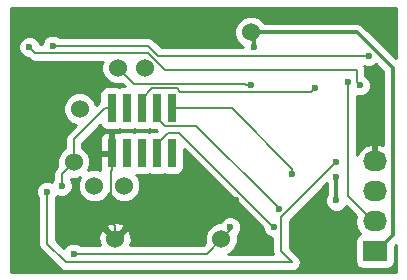
<source format=gbl>
G04 #@! TF.FileFunction,Copper,L2,Bot,Signal*
%FSLAX46Y46*%
G04 Gerber Fmt 4.6, Leading zero omitted, Abs format (unit mm)*
G04 Created by KiCad (PCBNEW (2015-12-18 BZR 6383, Git 02d9bbb)-product) date Sun 17 Jan 2016 02:01:38 PM EET*
%MOMM*%
G01*
G04 APERTURE LIST*
%ADD10C,0.100000*%
%ADD11R,2.032000X1.727200*%
%ADD12O,2.032000X1.727200*%
%ADD13R,0.760000X2.400000*%
%ADD14C,1.524000*%
%ADD15C,0.600000*%
%ADD16C,0.200000*%
%ADD17C,0.300000*%
%ADD18C,0.254000*%
G04 APERTURE END LIST*
D10*
D11*
X74680000Y-82959500D03*
D12*
X74680000Y-80419500D03*
X74680000Y-77879500D03*
X74680000Y-75339500D03*
D13*
X57470000Y-74669500D03*
X57470000Y-70859500D03*
X56200000Y-74669500D03*
X56200000Y-70859500D03*
X54930000Y-74669500D03*
X54930000Y-70859500D03*
X53660000Y-74669500D03*
X53660000Y-70859500D03*
X52390000Y-74669500D03*
X52390000Y-70859500D03*
D14*
X61680000Y-81919500D03*
X49680000Y-70919500D03*
X52680000Y-81919500D03*
X52930000Y-67419500D03*
X49180000Y-75419500D03*
X50930000Y-77419500D03*
X53430000Y-77419500D03*
X55180000Y-67419500D03*
X64180000Y-64419500D03*
D15*
X57470000Y-74669500D03*
X61680000Y-81919500D03*
X49180000Y-83169500D03*
X62430000Y-80919500D03*
X60180000Y-62919500D03*
X74930000Y-63919500D03*
X75180000Y-68669500D03*
X52680000Y-81919500D03*
X63680000Y-79919500D03*
X62930000Y-78669500D03*
X71430000Y-76699498D03*
X71430000Y-78669500D03*
X49680000Y-70919500D03*
X57470000Y-70859500D03*
X67680000Y-76419500D03*
X64430000Y-65669500D03*
X66579302Y-79376640D03*
X72430031Y-68669500D03*
X66123636Y-80924553D03*
X69600219Y-69164807D03*
X54930000Y-70859500D03*
X55180000Y-67419500D03*
X46930000Y-77919500D03*
X71430000Y-75374498D03*
X64180012Y-68869479D03*
X53660000Y-70859500D03*
X52930000Y-67419500D03*
X45430000Y-65669500D03*
X73430000Y-68919500D03*
X47393325Y-65569480D03*
X74180000Y-66419500D03*
X48180000Y-77419500D03*
X50930000Y-77419500D03*
X53430000Y-77419500D03*
D16*
X49180000Y-83169500D02*
X60430000Y-83169500D01*
X60430000Y-83169500D02*
X61680000Y-81919500D01*
X62430000Y-80919500D02*
X62430000Y-81169500D01*
X62430000Y-81169500D02*
X61680000Y-81919500D01*
X73930000Y-62919500D02*
X60180000Y-62919500D01*
X74930000Y-63919500D02*
X73930000Y-62919500D01*
X75180000Y-68669500D02*
X74680000Y-69169500D01*
X74680000Y-69169500D02*
X74680000Y-75339500D01*
X62930000Y-78669500D02*
X62930000Y-79169500D01*
X62930000Y-79169500D02*
X63680000Y-79919500D01*
X52680000Y-81919500D02*
X52680000Y-80841870D01*
X52680000Y-80841870D02*
X52367999Y-80529869D01*
X52367999Y-80529869D02*
X52367999Y-76091501D01*
X52367999Y-76091501D02*
X52390000Y-76069500D01*
X52390000Y-76069500D02*
X52390000Y-74669500D01*
D17*
X71430000Y-78669500D02*
X71430000Y-76699498D01*
D16*
X67680000Y-76419500D02*
X67680000Y-75995236D01*
X58050000Y-70859500D02*
X57470000Y-70859500D01*
X67680000Y-75995236D02*
X62544264Y-70859500D01*
X62544264Y-70859500D02*
X58050000Y-70859500D01*
D17*
X74832400Y-82959500D02*
X74680000Y-82959500D01*
X76180000Y-81611900D02*
X74832400Y-82959500D01*
X73142002Y-64419500D02*
X76180000Y-67457498D01*
X64180000Y-64419500D02*
X73142002Y-64419500D01*
X76180000Y-67457498D02*
X76180000Y-81611900D01*
X64430000Y-65669500D02*
X64430000Y-64669500D01*
X64430000Y-64669500D02*
X64180000Y-64419500D01*
D16*
X56200000Y-70859500D02*
X56200000Y-71679500D01*
X59562163Y-72359501D02*
X66279303Y-79076641D01*
X56200000Y-71679500D02*
X56880001Y-72359501D01*
X56880001Y-72359501D02*
X59562163Y-72359501D01*
X66279303Y-79076641D02*
X66579302Y-79376640D01*
X74527600Y-80419500D02*
X72430031Y-78321931D01*
X74680000Y-80419500D02*
X74527600Y-80419500D01*
X72430031Y-78321931D02*
X72430031Y-69093764D01*
X72430031Y-69093764D02*
X72430031Y-68669500D01*
X57130000Y-72919500D02*
X58118583Y-72919500D01*
X56200000Y-73849500D02*
X57130000Y-72919500D01*
X56200000Y-74669500D02*
X56200000Y-73849500D01*
X58118583Y-72919500D02*
X65823637Y-80624554D01*
X65823637Y-80624554D02*
X66123636Y-80924553D01*
X69300220Y-69464806D02*
X69600219Y-69164807D01*
X58200001Y-69469499D02*
X69295527Y-69469499D01*
X55800000Y-69169500D02*
X57900002Y-69169500D01*
X54930000Y-70039500D02*
X55800000Y-69169500D01*
X69295527Y-69469499D02*
X69300220Y-69464806D01*
X54930000Y-70859500D02*
X54930000Y-70039500D01*
X57900002Y-69169500D02*
X58200001Y-69469499D01*
X66723656Y-80080842D02*
X66723656Y-82963156D01*
X71430000Y-75374498D02*
X66723656Y-80080842D01*
X67680000Y-83919500D02*
X48515903Y-83919500D01*
X66723656Y-82963156D02*
X67680000Y-83919500D01*
X48515903Y-83919500D02*
X46930000Y-82333597D01*
X46930000Y-82333597D02*
X46930000Y-77919500D01*
X54279989Y-68769489D02*
X63655758Y-68769489D01*
X52930000Y-67419500D02*
X54279989Y-68769489D01*
X63655758Y-68769489D02*
X63755748Y-68869479D01*
X63755748Y-68869479D02*
X64180012Y-68869479D01*
X55501762Y-66169500D02*
X45930000Y-66169500D01*
X45930000Y-66169500D02*
X45430000Y-65669500D01*
X56951763Y-67619501D02*
X55501762Y-66169500D01*
X73130001Y-67619501D02*
X56951763Y-67619501D01*
X73430000Y-68919500D02*
X73130001Y-68619501D01*
X73130001Y-68619501D02*
X73130001Y-67619501D01*
X47817589Y-65569480D02*
X47393325Y-65569480D01*
X74180000Y-66419500D02*
X56317462Y-66419500D01*
X55467442Y-65569480D02*
X47817589Y-65569480D01*
X56317462Y-66419500D02*
X55467442Y-65569480D01*
X49180000Y-75419500D02*
X49180000Y-73489500D01*
X49180000Y-73489500D02*
X51810000Y-70859500D01*
X51810000Y-70859500D02*
X52390000Y-70859500D01*
X48180000Y-77419500D02*
X48180000Y-76419500D01*
X48180000Y-76419500D02*
X49180000Y-75419500D01*
D18*
G36*
X76470000Y-66637340D02*
X73697081Y-63864421D01*
X73442409Y-63694255D01*
X73142002Y-63634500D01*
X65367201Y-63634500D01*
X65365010Y-63629197D01*
X64972370Y-63235871D01*
X64459100Y-63022743D01*
X63903339Y-63022258D01*
X63389697Y-63234490D01*
X62996371Y-63627130D01*
X62783243Y-64140400D01*
X62782758Y-64696161D01*
X62994990Y-65209803D01*
X63387630Y-65603129D01*
X63495018Y-65647720D01*
X63494986Y-65684500D01*
X56621909Y-65684500D01*
X55987165Y-65049757D01*
X55748714Y-64890429D01*
X55467442Y-64834480D01*
X47980744Y-64834480D01*
X47923652Y-64777288D01*
X47580124Y-64634642D01*
X47208158Y-64634318D01*
X46864382Y-64776363D01*
X46601133Y-65039153D01*
X46458487Y-65382681D01*
X46458442Y-65434500D01*
X46344571Y-65434500D01*
X46223117Y-65140557D01*
X45960327Y-64877308D01*
X45616799Y-64734662D01*
X45244833Y-64734338D01*
X44901057Y-64876383D01*
X44637808Y-65139173D01*
X44495162Y-65482701D01*
X44494838Y-65854667D01*
X44636883Y-66198443D01*
X44899673Y-66461692D01*
X45243201Y-66604338D01*
X45325463Y-66604410D01*
X45410277Y-66689224D01*
X45648728Y-66848551D01*
X45930000Y-66904500D01*
X51631197Y-66904500D01*
X51533243Y-67140400D01*
X51532758Y-67696161D01*
X51744990Y-68209803D01*
X52137630Y-68603129D01*
X52650900Y-68816257D01*
X53206661Y-68816742D01*
X53264073Y-68793020D01*
X53483113Y-69012060D01*
X53280000Y-69012060D01*
X53044683Y-69056338D01*
X53027871Y-69067156D01*
X53021890Y-69063069D01*
X52770000Y-69012060D01*
X52010000Y-69012060D01*
X51774683Y-69056338D01*
X51558559Y-69195410D01*
X51413569Y-69407610D01*
X51362560Y-69659500D01*
X51362560Y-70291478D01*
X51290277Y-70339776D01*
X51050920Y-70579134D01*
X50865010Y-70129197D01*
X50472370Y-69735871D01*
X49959100Y-69522743D01*
X49403339Y-69522258D01*
X48889697Y-69734490D01*
X48496371Y-70127130D01*
X48283243Y-70640400D01*
X48282758Y-71196161D01*
X48494990Y-71709803D01*
X48887630Y-72103129D01*
X49339353Y-72290701D01*
X48660277Y-72969777D01*
X48500949Y-73208228D01*
X48445000Y-73489500D01*
X48445000Y-74211639D01*
X48389697Y-74234490D01*
X47996371Y-74627130D01*
X47783243Y-75140400D01*
X47782758Y-75696161D01*
X47806480Y-75753574D01*
X47660277Y-75899777D01*
X47500949Y-76138228D01*
X47445000Y-76419500D01*
X47445000Y-76832081D01*
X47387808Y-76889173D01*
X47314132Y-77066602D01*
X47116799Y-76984662D01*
X46744833Y-76984338D01*
X46401057Y-77126383D01*
X46137808Y-77389173D01*
X45995162Y-77732701D01*
X45994838Y-78104667D01*
X46136883Y-78448443D01*
X46195000Y-78506662D01*
X46195000Y-82333597D01*
X46247703Y-82598551D01*
X46250949Y-82614869D01*
X46410277Y-82853320D01*
X47996180Y-84439224D01*
X48234631Y-84598551D01*
X48515903Y-84654500D01*
X67680000Y-84654500D01*
X67961272Y-84598551D01*
X68199724Y-84439224D01*
X68359051Y-84200772D01*
X68415000Y-83919500D01*
X68359051Y-83638228D01*
X68199724Y-83399777D01*
X67458656Y-82658710D01*
X67458656Y-80385288D01*
X70630632Y-77213313D01*
X70636883Y-77228441D01*
X70645000Y-77236572D01*
X70645000Y-78131994D01*
X70637808Y-78139173D01*
X70495162Y-78482701D01*
X70494838Y-78854667D01*
X70636883Y-79198443D01*
X70899673Y-79461692D01*
X71243201Y-79604338D01*
X71615167Y-79604662D01*
X71958943Y-79462617D01*
X72222192Y-79199827D01*
X72235773Y-79167120D01*
X73078200Y-80009546D01*
X72996655Y-80419500D01*
X73110729Y-80992989D01*
X73435585Y-81479170D01*
X73449913Y-81488743D01*
X73428683Y-81492738D01*
X73212559Y-81631810D01*
X73067569Y-81844010D01*
X73016560Y-82095900D01*
X73016560Y-83823100D01*
X73060838Y-84058417D01*
X73199910Y-84274541D01*
X73412110Y-84419531D01*
X73664000Y-84470540D01*
X75696000Y-84470540D01*
X75931317Y-84426262D01*
X76147441Y-84287190D01*
X76292431Y-84074990D01*
X76343440Y-83823100D01*
X76343440Y-82558618D01*
X76470000Y-82432058D01*
X76470000Y-84709082D01*
X43908432Y-84689917D01*
X43890569Y-62379500D01*
X76470000Y-62379500D01*
X76470000Y-66637340D01*
X76470000Y-66637340D01*
G37*
X76470000Y-66637340D02*
X73697081Y-63864421D01*
X73442409Y-63694255D01*
X73142002Y-63634500D01*
X65367201Y-63634500D01*
X65365010Y-63629197D01*
X64972370Y-63235871D01*
X64459100Y-63022743D01*
X63903339Y-63022258D01*
X63389697Y-63234490D01*
X62996371Y-63627130D01*
X62783243Y-64140400D01*
X62782758Y-64696161D01*
X62994990Y-65209803D01*
X63387630Y-65603129D01*
X63495018Y-65647720D01*
X63494986Y-65684500D01*
X56621909Y-65684500D01*
X55987165Y-65049757D01*
X55748714Y-64890429D01*
X55467442Y-64834480D01*
X47980744Y-64834480D01*
X47923652Y-64777288D01*
X47580124Y-64634642D01*
X47208158Y-64634318D01*
X46864382Y-64776363D01*
X46601133Y-65039153D01*
X46458487Y-65382681D01*
X46458442Y-65434500D01*
X46344571Y-65434500D01*
X46223117Y-65140557D01*
X45960327Y-64877308D01*
X45616799Y-64734662D01*
X45244833Y-64734338D01*
X44901057Y-64876383D01*
X44637808Y-65139173D01*
X44495162Y-65482701D01*
X44494838Y-65854667D01*
X44636883Y-66198443D01*
X44899673Y-66461692D01*
X45243201Y-66604338D01*
X45325463Y-66604410D01*
X45410277Y-66689224D01*
X45648728Y-66848551D01*
X45930000Y-66904500D01*
X51631197Y-66904500D01*
X51533243Y-67140400D01*
X51532758Y-67696161D01*
X51744990Y-68209803D01*
X52137630Y-68603129D01*
X52650900Y-68816257D01*
X53206661Y-68816742D01*
X53264073Y-68793020D01*
X53483113Y-69012060D01*
X53280000Y-69012060D01*
X53044683Y-69056338D01*
X53027871Y-69067156D01*
X53021890Y-69063069D01*
X52770000Y-69012060D01*
X52010000Y-69012060D01*
X51774683Y-69056338D01*
X51558559Y-69195410D01*
X51413569Y-69407610D01*
X51362560Y-69659500D01*
X51362560Y-70291478D01*
X51290277Y-70339776D01*
X51050920Y-70579134D01*
X50865010Y-70129197D01*
X50472370Y-69735871D01*
X49959100Y-69522743D01*
X49403339Y-69522258D01*
X48889697Y-69734490D01*
X48496371Y-70127130D01*
X48283243Y-70640400D01*
X48282758Y-71196161D01*
X48494990Y-71709803D01*
X48887630Y-72103129D01*
X49339353Y-72290701D01*
X48660277Y-72969777D01*
X48500949Y-73208228D01*
X48445000Y-73489500D01*
X48445000Y-74211639D01*
X48389697Y-74234490D01*
X47996371Y-74627130D01*
X47783243Y-75140400D01*
X47782758Y-75696161D01*
X47806480Y-75753574D01*
X47660277Y-75899777D01*
X47500949Y-76138228D01*
X47445000Y-76419500D01*
X47445000Y-76832081D01*
X47387808Y-76889173D01*
X47314132Y-77066602D01*
X47116799Y-76984662D01*
X46744833Y-76984338D01*
X46401057Y-77126383D01*
X46137808Y-77389173D01*
X45995162Y-77732701D01*
X45994838Y-78104667D01*
X46136883Y-78448443D01*
X46195000Y-78506662D01*
X46195000Y-82333597D01*
X46247703Y-82598551D01*
X46250949Y-82614869D01*
X46410277Y-82853320D01*
X47996180Y-84439224D01*
X48234631Y-84598551D01*
X48515903Y-84654500D01*
X67680000Y-84654500D01*
X67961272Y-84598551D01*
X68199724Y-84439224D01*
X68359051Y-84200772D01*
X68415000Y-83919500D01*
X68359051Y-83638228D01*
X68199724Y-83399777D01*
X67458656Y-82658710D01*
X67458656Y-80385288D01*
X70630632Y-77213313D01*
X70636883Y-77228441D01*
X70645000Y-77236572D01*
X70645000Y-78131994D01*
X70637808Y-78139173D01*
X70495162Y-78482701D01*
X70494838Y-78854667D01*
X70636883Y-79198443D01*
X70899673Y-79461692D01*
X71243201Y-79604338D01*
X71615167Y-79604662D01*
X71958943Y-79462617D01*
X72222192Y-79199827D01*
X72235773Y-79167120D01*
X73078200Y-80009546D01*
X72996655Y-80419500D01*
X73110729Y-80992989D01*
X73435585Y-81479170D01*
X73449913Y-81488743D01*
X73428683Y-81492738D01*
X73212559Y-81631810D01*
X73067569Y-81844010D01*
X73016560Y-82095900D01*
X73016560Y-83823100D01*
X73060838Y-84058417D01*
X73199910Y-84274541D01*
X73412110Y-84419531D01*
X73664000Y-84470540D01*
X75696000Y-84470540D01*
X75931317Y-84426262D01*
X76147441Y-84287190D01*
X76292431Y-84074990D01*
X76343440Y-83823100D01*
X76343440Y-82558618D01*
X76470000Y-82432058D01*
X76470000Y-84709082D01*
X43908432Y-84689917D01*
X43890569Y-62379500D01*
X76470000Y-62379500D01*
X76470000Y-66637340D01*
G36*
X65188544Y-81028908D02*
X65188474Y-81109720D01*
X65330519Y-81453496D01*
X65593309Y-81716745D01*
X65936837Y-81859391D01*
X65988656Y-81859436D01*
X65988656Y-82963156D01*
X66032684Y-83184500D01*
X62276712Y-83184500D01*
X62470303Y-83104510D01*
X62863629Y-82711870D01*
X63076757Y-82198600D01*
X63077242Y-81642839D01*
X63063108Y-81608633D01*
X63222192Y-81449827D01*
X63364838Y-81106299D01*
X63365162Y-80734333D01*
X63223117Y-80390557D01*
X62960327Y-80127308D01*
X62616799Y-79984662D01*
X62244833Y-79984338D01*
X61901057Y-80126383D01*
X61637808Y-80389173D01*
X61582481Y-80522414D01*
X61403339Y-80522258D01*
X60889697Y-80734490D01*
X60496371Y-81127130D01*
X60283243Y-81640400D01*
X60282758Y-82196161D01*
X60306480Y-82253573D01*
X60125554Y-82434500D01*
X53979509Y-82434500D01*
X54089144Y-82127198D01*
X54061362Y-81572132D01*
X53902397Y-81188357D01*
X53660213Y-81118892D01*
X52859605Y-81919500D01*
X52873748Y-81933643D01*
X52694143Y-82113248D01*
X52680000Y-82099105D01*
X52665858Y-82113248D01*
X52486253Y-81933643D01*
X52500395Y-81919500D01*
X51699787Y-81118892D01*
X51457603Y-81188357D01*
X51270856Y-81711802D01*
X51298638Y-82266868D01*
X51368074Y-82434500D01*
X49767419Y-82434500D01*
X49710327Y-82377308D01*
X49366799Y-82234662D01*
X48994833Y-82234338D01*
X48651057Y-82376383D01*
X48387808Y-82639173D01*
X48354716Y-82718867D01*
X47665000Y-82029151D01*
X47665000Y-80939287D01*
X51879392Y-80939287D01*
X52680000Y-81739895D01*
X53480608Y-80939287D01*
X53411143Y-80697103D01*
X52887698Y-80510356D01*
X52332632Y-80538138D01*
X51948857Y-80697103D01*
X51879392Y-80939287D01*
X47665000Y-80939287D01*
X47665000Y-78506919D01*
X47722192Y-78449827D01*
X47795868Y-78272398D01*
X47993201Y-78354338D01*
X48365167Y-78354662D01*
X48708943Y-78212617D01*
X48972192Y-77949827D01*
X49114838Y-77606299D01*
X49115162Y-77234333D01*
X48973117Y-76890557D01*
X48915000Y-76832338D01*
X48915000Y-76816269D01*
X49456661Y-76816742D01*
X49711332Y-76711515D01*
X49533243Y-77140400D01*
X49532758Y-77696161D01*
X49744990Y-78209803D01*
X50137630Y-78603129D01*
X50650900Y-78816257D01*
X51206661Y-78816742D01*
X51720303Y-78604510D01*
X52113629Y-78211870D01*
X52179900Y-78052272D01*
X52244990Y-78209803D01*
X52637630Y-78603129D01*
X53150900Y-78816257D01*
X53706661Y-78816742D01*
X54220303Y-78604510D01*
X54613629Y-78211870D01*
X54826757Y-77698600D01*
X54827242Y-77142839D01*
X54615010Y-76629197D01*
X54491027Y-76504998D01*
X54550000Y-76516940D01*
X55310000Y-76516940D01*
X55545317Y-76472662D01*
X55562129Y-76461844D01*
X55568110Y-76465931D01*
X55820000Y-76516940D01*
X56580000Y-76516940D01*
X56815317Y-76472662D01*
X56832129Y-76461844D01*
X56838110Y-76465931D01*
X57090000Y-76516940D01*
X57850000Y-76516940D01*
X58085317Y-76472662D01*
X58301441Y-76333590D01*
X58446431Y-76121390D01*
X58497440Y-75869500D01*
X58497440Y-74337803D01*
X65188544Y-81028908D01*
X65188544Y-81028908D01*
G37*
X65188544Y-81028908D02*
X65188474Y-81109720D01*
X65330519Y-81453496D01*
X65593309Y-81716745D01*
X65936837Y-81859391D01*
X65988656Y-81859436D01*
X65988656Y-82963156D01*
X66032684Y-83184500D01*
X62276712Y-83184500D01*
X62470303Y-83104510D01*
X62863629Y-82711870D01*
X63076757Y-82198600D01*
X63077242Y-81642839D01*
X63063108Y-81608633D01*
X63222192Y-81449827D01*
X63364838Y-81106299D01*
X63365162Y-80734333D01*
X63223117Y-80390557D01*
X62960327Y-80127308D01*
X62616799Y-79984662D01*
X62244833Y-79984338D01*
X61901057Y-80126383D01*
X61637808Y-80389173D01*
X61582481Y-80522414D01*
X61403339Y-80522258D01*
X60889697Y-80734490D01*
X60496371Y-81127130D01*
X60283243Y-81640400D01*
X60282758Y-82196161D01*
X60306480Y-82253573D01*
X60125554Y-82434500D01*
X53979509Y-82434500D01*
X54089144Y-82127198D01*
X54061362Y-81572132D01*
X53902397Y-81188357D01*
X53660213Y-81118892D01*
X52859605Y-81919500D01*
X52873748Y-81933643D01*
X52694143Y-82113248D01*
X52680000Y-82099105D01*
X52665858Y-82113248D01*
X52486253Y-81933643D01*
X52500395Y-81919500D01*
X51699787Y-81118892D01*
X51457603Y-81188357D01*
X51270856Y-81711802D01*
X51298638Y-82266868D01*
X51368074Y-82434500D01*
X49767419Y-82434500D01*
X49710327Y-82377308D01*
X49366799Y-82234662D01*
X48994833Y-82234338D01*
X48651057Y-82376383D01*
X48387808Y-82639173D01*
X48354716Y-82718867D01*
X47665000Y-82029151D01*
X47665000Y-80939287D01*
X51879392Y-80939287D01*
X52680000Y-81739895D01*
X53480608Y-80939287D01*
X53411143Y-80697103D01*
X52887698Y-80510356D01*
X52332632Y-80538138D01*
X51948857Y-80697103D01*
X51879392Y-80939287D01*
X47665000Y-80939287D01*
X47665000Y-78506919D01*
X47722192Y-78449827D01*
X47795868Y-78272398D01*
X47993201Y-78354338D01*
X48365167Y-78354662D01*
X48708943Y-78212617D01*
X48972192Y-77949827D01*
X49114838Y-77606299D01*
X49115162Y-77234333D01*
X48973117Y-76890557D01*
X48915000Y-76832338D01*
X48915000Y-76816269D01*
X49456661Y-76816742D01*
X49711332Y-76711515D01*
X49533243Y-77140400D01*
X49532758Y-77696161D01*
X49744990Y-78209803D01*
X50137630Y-78603129D01*
X50650900Y-78816257D01*
X51206661Y-78816742D01*
X51720303Y-78604510D01*
X52113629Y-78211870D01*
X52179900Y-78052272D01*
X52244990Y-78209803D01*
X52637630Y-78603129D01*
X53150900Y-78816257D01*
X53706661Y-78816742D01*
X54220303Y-78604510D01*
X54613629Y-78211870D01*
X54826757Y-77698600D01*
X54827242Y-77142839D01*
X54615010Y-76629197D01*
X54491027Y-76504998D01*
X54550000Y-76516940D01*
X55310000Y-76516940D01*
X55545317Y-76472662D01*
X55562129Y-76461844D01*
X55568110Y-76465931D01*
X55820000Y-76516940D01*
X56580000Y-76516940D01*
X56815317Y-76472662D01*
X56832129Y-76461844D01*
X56838110Y-76465931D01*
X57090000Y-76516940D01*
X57850000Y-76516940D01*
X58085317Y-76472662D01*
X58301441Y-76333590D01*
X58446431Y-76121390D01*
X58497440Y-75869500D01*
X58497440Y-74337803D01*
X65188544Y-81028908D01*
G36*
X51545910Y-72510941D02*
X51758110Y-72655931D01*
X52010000Y-72706940D01*
X52770000Y-72706940D01*
X53005317Y-72662662D01*
X53022129Y-72651844D01*
X53028110Y-72655931D01*
X53280000Y-72706940D01*
X54040000Y-72706940D01*
X54275317Y-72662662D01*
X54292129Y-72651844D01*
X54298110Y-72655931D01*
X54550000Y-72706940D01*
X55310000Y-72706940D01*
X55545317Y-72662662D01*
X55562129Y-72651844D01*
X55568110Y-72655931D01*
X55820000Y-72706940D01*
X56187993Y-72706940D01*
X56245553Y-72764500D01*
X56187993Y-72822060D01*
X55820000Y-72822060D01*
X55584683Y-72866338D01*
X55567871Y-72877156D01*
X55561890Y-72873069D01*
X55310000Y-72822060D01*
X54550000Y-72822060D01*
X54314683Y-72866338D01*
X54297871Y-72877156D01*
X54291890Y-72873069D01*
X54040000Y-72822060D01*
X53280000Y-72822060D01*
X53044683Y-72866338D01*
X53016679Y-72884358D01*
X52896310Y-72834500D01*
X52675750Y-72834500D01*
X52517000Y-72993250D01*
X52517000Y-74542500D01*
X52537000Y-74542500D01*
X52537000Y-74796500D01*
X52517000Y-74796500D01*
X52517000Y-74816500D01*
X52263000Y-74816500D01*
X52263000Y-74796500D01*
X51533750Y-74796500D01*
X51375000Y-74955250D01*
X51375000Y-75995809D01*
X51422935Y-76111535D01*
X51209100Y-76022743D01*
X50653339Y-76022258D01*
X50398668Y-76127485D01*
X50576757Y-75698600D01*
X50577242Y-75142839D01*
X50365010Y-74629197D01*
X49972370Y-74235871D01*
X49915000Y-74212049D01*
X49915000Y-73793946D01*
X50365755Y-73343191D01*
X51375000Y-73343191D01*
X51375000Y-74383750D01*
X51533750Y-74542500D01*
X52263000Y-74542500D01*
X52263000Y-72993250D01*
X52104250Y-72834500D01*
X51883690Y-72834500D01*
X51650301Y-72931173D01*
X51471673Y-73109802D01*
X51375000Y-73343191D01*
X50365755Y-73343191D01*
X51409693Y-72299254D01*
X51545910Y-72510941D01*
X51545910Y-72510941D01*
G37*
X51545910Y-72510941D02*
X51758110Y-72655931D01*
X52010000Y-72706940D01*
X52770000Y-72706940D01*
X53005317Y-72662662D01*
X53022129Y-72651844D01*
X53028110Y-72655931D01*
X53280000Y-72706940D01*
X54040000Y-72706940D01*
X54275317Y-72662662D01*
X54292129Y-72651844D01*
X54298110Y-72655931D01*
X54550000Y-72706940D01*
X55310000Y-72706940D01*
X55545317Y-72662662D01*
X55562129Y-72651844D01*
X55568110Y-72655931D01*
X55820000Y-72706940D01*
X56187993Y-72706940D01*
X56245553Y-72764500D01*
X56187993Y-72822060D01*
X55820000Y-72822060D01*
X55584683Y-72866338D01*
X55567871Y-72877156D01*
X55561890Y-72873069D01*
X55310000Y-72822060D01*
X54550000Y-72822060D01*
X54314683Y-72866338D01*
X54297871Y-72877156D01*
X54291890Y-72873069D01*
X54040000Y-72822060D01*
X53280000Y-72822060D01*
X53044683Y-72866338D01*
X53016679Y-72884358D01*
X52896310Y-72834500D01*
X52675750Y-72834500D01*
X52517000Y-72993250D01*
X52517000Y-74542500D01*
X52537000Y-74542500D01*
X52537000Y-74796500D01*
X52517000Y-74796500D01*
X52517000Y-74816500D01*
X52263000Y-74816500D01*
X52263000Y-74796500D01*
X51533750Y-74796500D01*
X51375000Y-74955250D01*
X51375000Y-75995809D01*
X51422935Y-76111535D01*
X51209100Y-76022743D01*
X50653339Y-76022258D01*
X50398668Y-76127485D01*
X50576757Y-75698600D01*
X50577242Y-75142839D01*
X50365010Y-74629197D01*
X49972370Y-74235871D01*
X49915000Y-74212049D01*
X49915000Y-73793946D01*
X50365755Y-73343191D01*
X51375000Y-73343191D01*
X51375000Y-74383750D01*
X51533750Y-74542500D01*
X52263000Y-74542500D01*
X52263000Y-72993250D01*
X52104250Y-72834500D01*
X51883690Y-72834500D01*
X51650301Y-72931173D01*
X51471673Y-73109802D01*
X51375000Y-73343191D01*
X50365755Y-73343191D01*
X51409693Y-72299254D01*
X51545910Y-72510941D01*
G36*
X75395000Y-67782656D02*
X75395000Y-73977825D01*
X75041913Y-73854316D01*
X74807000Y-73998576D01*
X74807000Y-75212500D01*
X74827000Y-75212500D01*
X74827000Y-75466500D01*
X74807000Y-75466500D01*
X74807000Y-75486500D01*
X74553000Y-75486500D01*
X74553000Y-75466500D01*
X74533000Y-75466500D01*
X74533000Y-75212500D01*
X74553000Y-75212500D01*
X74553000Y-73998576D01*
X74318087Y-73854316D01*
X73765680Y-74047546D01*
X73329268Y-74437464D01*
X73165031Y-74778413D01*
X73165031Y-69821879D01*
X73243201Y-69854338D01*
X73615167Y-69854662D01*
X73958943Y-69712617D01*
X74222192Y-69449827D01*
X74364838Y-69106299D01*
X74365162Y-68734333D01*
X74223117Y-68390557D01*
X73960327Y-68127308D01*
X73865001Y-68087725D01*
X73865001Y-67619501D01*
X73809052Y-67338229D01*
X73753237Y-67254696D01*
X73993201Y-67354338D01*
X74365167Y-67354662D01*
X74708943Y-67212617D01*
X74767003Y-67154659D01*
X75395000Y-67782656D01*
X75395000Y-67782656D01*
G37*
X75395000Y-67782656D02*
X75395000Y-73977825D01*
X75041913Y-73854316D01*
X74807000Y-73998576D01*
X74807000Y-75212500D01*
X74827000Y-75212500D01*
X74827000Y-75466500D01*
X74807000Y-75466500D01*
X74807000Y-75486500D01*
X74553000Y-75486500D01*
X74553000Y-75466500D01*
X74533000Y-75466500D01*
X74533000Y-75212500D01*
X74553000Y-75212500D01*
X74553000Y-73998576D01*
X74318087Y-73854316D01*
X73765680Y-74047546D01*
X73329268Y-74437464D01*
X73165031Y-74778413D01*
X73165031Y-69821879D01*
X73243201Y-69854338D01*
X73615167Y-69854662D01*
X73958943Y-69712617D01*
X74222192Y-69449827D01*
X74364838Y-69106299D01*
X74365162Y-68734333D01*
X74223117Y-68390557D01*
X73960327Y-68127308D01*
X73865001Y-68087725D01*
X73865001Y-67619501D01*
X73809052Y-67338229D01*
X73753237Y-67254696D01*
X73993201Y-67354338D01*
X74365167Y-67354662D01*
X74708943Y-67212617D01*
X74767003Y-67154659D01*
X75395000Y-67782656D01*
M02*

</source>
